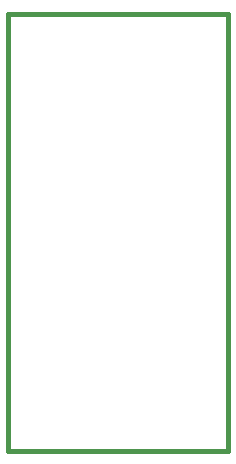
<source format=gko>
G75*
%MOIN*%
%OFA0B0*%
%FSLAX25Y25*%
%IPPOS*%
%LPD*%
%AMOC8*
5,1,8,0,0,1.08239X$1,22.5*
%
%ADD10C,0.01600*%
D10*
X0002587Y0003375D02*
X0002587Y0149044D01*
X0075816Y0149044D01*
X0075816Y0003375D01*
X0002587Y0003375D01*
M02*

</source>
